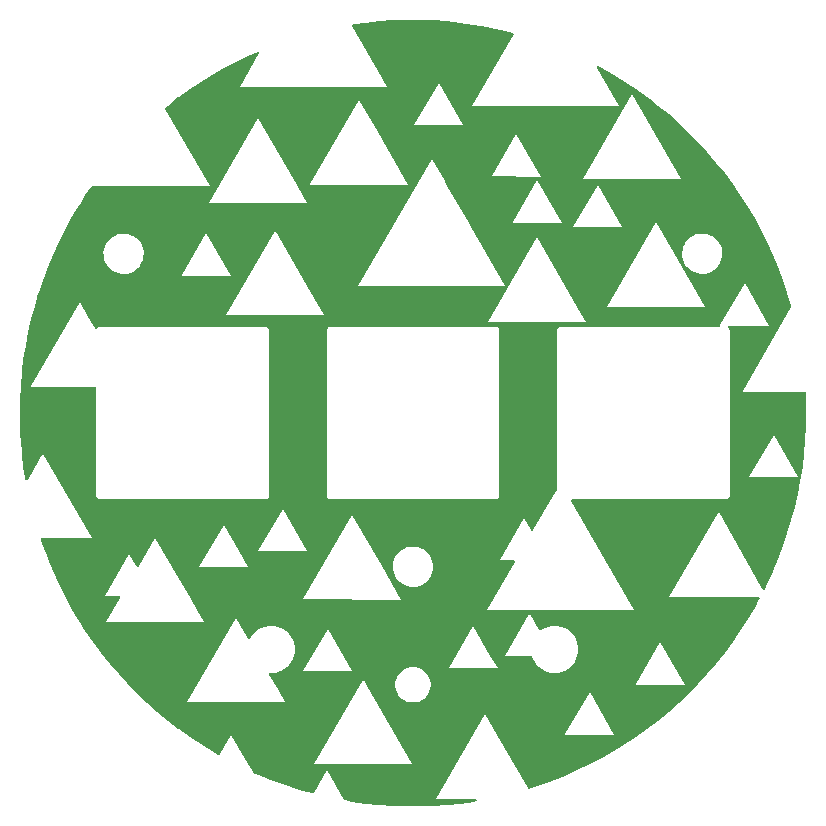
<source format=gbr>
%TF.GenerationSoftware,KiCad,Pcbnew,(7.0.0-0)*%
%TF.CreationDate,2023-04-04T22:31:01-05:00*%
%TF.ProjectId,RP2040_minimal,52503230-3430-45f6-9d69-6e696d616c2e,REV1*%
%TF.SameCoordinates,Original*%
%TF.FileFunction,Copper,L2,Bot*%
%TF.FilePolarity,Positive*%
%FSLAX46Y46*%
G04 Gerber Fmt 4.6, Leading zero omitted, Abs format (unit mm)*
G04 Created by KiCad (PCBNEW (7.0.0-0)) date 2023-04-04 22:31:01*
%MOMM*%
%LPD*%
G01*
G04 APERTURE LIST*
G04 APERTURE END LIST*
%TA.AperFunction,Conductor*%
%TO.N,GND*%
G36*
X576479Y33294480D02*
G01*
X1721925Y33254920D01*
X1725331Y33254744D01*
X2868756Y33175669D01*
X2872064Y33175384D01*
X4012128Y33056884D01*
X4015487Y33056476D01*
X5150761Y32898700D01*
X5154062Y32898183D01*
X6283206Y32701317D01*
X6286519Y32700681D01*
X7408184Y32464960D01*
X7411508Y32464200D01*
X8455042Y32206992D01*
X8506374Y32175463D01*
X8529926Y32120017D01*
X8516979Y32061183D01*
X5006541Y26011274D01*
X5006540Y26011272D01*
X5000000Y26000000D01*
X17438309Y25973015D01*
X15571366Y29222915D01*
X15558213Y29271602D01*
X15570751Y29320453D01*
X15605727Y29356788D01*
X15654065Y29371178D01*
X15703218Y29359889D01*
X15980177Y29214529D01*
X15983146Y29212905D01*
X16410450Y28969468D01*
X16979019Y28645552D01*
X16981959Y28643809D01*
X17957627Y28042438D01*
X17960505Y28040595D01*
X18914849Y27405897D01*
X18917661Y27403956D01*
X19849535Y26736692D01*
X19852279Y26734654D01*
X20304036Y26386976D01*
X20760564Y26035625D01*
X20763202Y26033520D01*
X21342481Y25554973D01*
X21646807Y25303566D01*
X21649404Y25301345D01*
X22507314Y24541303D01*
X22509833Y24538992D01*
X23340962Y23749826D01*
X23343399Y23747431D01*
X23659622Y23425702D01*
X23938206Y23142266D01*
X24146822Y22930018D01*
X24149175Y22927539D01*
X24923866Y22082926D01*
X24926133Y22080368D01*
X25671243Y21209478D01*
X25673419Y21206844D01*
X26388015Y20310771D01*
X26390100Y20308062D01*
X27073355Y19387837D01*
X27075344Y19385058D01*
X27726392Y18441852D01*
X27728285Y18439007D01*
X28346432Y17473824D01*
X28348225Y17470914D01*
X28932656Y16485027D01*
X28934348Y16482058D01*
X29484424Y15476545D01*
X29486012Y15473519D01*
X30001047Y14449634D01*
X30002529Y14446557D01*
X30481920Y13405496D01*
X30483284Y13402394D01*
X30926455Y12345407D01*
X30927722Y12342233D01*
X31334150Y11270570D01*
X31335306Y11267354D01*
X31704490Y10182339D01*
X31705535Y10179085D01*
X32037054Y9081954D01*
X32037986Y9078667D01*
X32053445Y9020305D01*
X32055865Y8981787D01*
X32043374Y8945270D01*
X27914335Y1829264D01*
X27914334Y1829262D01*
X27907794Y1817990D01*
X33151807Y1806614D01*
X33199729Y1794123D01*
X33235606Y1759983D01*
X33250458Y1712738D01*
X33279569Y1151079D01*
X33279687Y1147664D01*
X33299470Y1709D01*
X33299470Y-1709D01*
X33279687Y-1147663D01*
X33279569Y-1151078D01*
X33220245Y-2295640D01*
X33220010Y-2299050D01*
X33121210Y-3440950D01*
X33120856Y-3444349D01*
X32982711Y-4582084D01*
X32982241Y-4585469D01*
X32804900Y-5717801D01*
X32804313Y-5721168D01*
X32587996Y-6846694D01*
X32587293Y-6850039D01*
X32332256Y-7967431D01*
X32331438Y-7970749D01*
X32037986Y-9078665D01*
X32037054Y-9081953D01*
X31705535Y-10179084D01*
X31704490Y-10182338D01*
X31335306Y-11267353D01*
X31334150Y-11270569D01*
X30927722Y-12342232D01*
X30926455Y-12345406D01*
X30483284Y-13402393D01*
X30481910Y-13405516D01*
X30460539Y-13451927D01*
X30002530Y-14446554D01*
X30001047Y-14449633D01*
X29774704Y-14899600D01*
X29739370Y-14938662D01*
X29689003Y-14954074D01*
X29637861Y-14941473D01*
X29600419Y-14904426D01*
X29483271Y-14700500D01*
X25869476Y-8409746D01*
X25862936Y-8421016D01*
X25862934Y-8421019D01*
X21714335Y-15570736D01*
X21714334Y-15570738D01*
X21707794Y-15582010D01*
X29250987Y-15598374D01*
X29299916Y-15611434D01*
X29335986Y-15646983D01*
X29349756Y-15695719D01*
X29337623Y-15744888D01*
X28934348Y-16482057D01*
X28932656Y-16485026D01*
X28348225Y-17470913D01*
X28346432Y-17473823D01*
X27728285Y-18439006D01*
X27726392Y-18441851D01*
X27075344Y-19385057D01*
X27073355Y-19387836D01*
X26390100Y-20308061D01*
X26388015Y-20310770D01*
X25673419Y-21206843D01*
X25671243Y-21209477D01*
X24926133Y-22080367D01*
X24923866Y-22082925D01*
X24149175Y-22927538D01*
X24146822Y-22930017D01*
X23343399Y-23747430D01*
X23340962Y-23749825D01*
X22509833Y-24538991D01*
X22507314Y-24541302D01*
X21649404Y-25301344D01*
X21646807Y-25303565D01*
X20763219Y-26033506D01*
X20760547Y-26035637D01*
X19852279Y-26734653D01*
X19849535Y-26736691D01*
X18917661Y-27403955D01*
X18914849Y-27405896D01*
X17960505Y-28040594D01*
X17957627Y-28042437D01*
X16981959Y-28643808D01*
X16979019Y-28645551D01*
X15983160Y-29212896D01*
X15980162Y-29214536D01*
X14965318Y-29747168D01*
X14962264Y-29748704D01*
X13929640Y-30245989D01*
X13926536Y-30247418D01*
X12877384Y-30708756D01*
X12874232Y-30710078D01*
X11809759Y-31134936D01*
X11806564Y-31136148D01*
X10728056Y-31524015D01*
X10724820Y-31525116D01*
X9827458Y-31813265D01*
X9783116Y-31816999D01*
X9741618Y-31800936D01*
X9711348Y-31768320D01*
X7099091Y-27221005D01*
X12903897Y-27221005D01*
X17050000Y-27230000D01*
X14984738Y-23634872D01*
X14978198Y-23646142D01*
X14978196Y-23646145D01*
X12910438Y-27209731D01*
X12910437Y-27209733D01*
X12903897Y-27221005D01*
X7099091Y-27221005D01*
X6106507Y-25493154D01*
X6099967Y-25504424D01*
X6099965Y-25504427D01*
X1951366Y-32654144D01*
X1951365Y-32654146D01*
X1944825Y-32665418D01*
X5303320Y-32672703D01*
X5358636Y-32689746D01*
X5394970Y-32734807D01*
X5399897Y-32792481D01*
X5371733Y-32843053D01*
X5320107Y-32869232D01*
X5154100Y-32898176D01*
X5150723Y-32898705D01*
X4015504Y-33056473D01*
X4012111Y-33056885D01*
X2872112Y-33175378D01*
X2868707Y-33175672D01*
X1725334Y-33254742D01*
X1721921Y-33254919D01*
X576479Y-33294480D01*
X573062Y-33294539D01*
X-573062Y-33294539D01*
X-576479Y-33294480D01*
X-1721922Y-33254919D01*
X-1725335Y-33254742D01*
X-2868708Y-33175672D01*
X-2872113Y-33175378D01*
X-4012112Y-33056885D01*
X-4015505Y-33056473D01*
X-5150724Y-32898705D01*
X-5154100Y-32898176D01*
X-5771764Y-32790486D01*
X-5811554Y-32774046D01*
X-5840604Y-32742271D01*
X-5844892Y-32734807D01*
X-7275262Y-30244872D01*
X-7281802Y-30256142D01*
X-7281804Y-30256145D01*
X-8381688Y-32151690D01*
X-8410107Y-32182800D01*
X-8448890Y-32199274D01*
X-8491009Y-32198127D01*
X-8518301Y-32191400D01*
X-8524314Y-32189918D01*
X-8527616Y-32189043D01*
X-9630297Y-31876513D01*
X-9633568Y-31875525D01*
X-10724821Y-31525116D01*
X-10728057Y-31524015D01*
X-11806565Y-31136148D01*
X-11809760Y-31134936D01*
X-12874233Y-30710078D01*
X-12877385Y-30708756D01*
X-13502996Y-30433659D01*
X-13529300Y-30416686D01*
X-13548990Y-30392348D01*
X-13632247Y-30247418D01*
X-13927902Y-29732753D01*
X-8347349Y-29732753D01*
X-55143Y-29750743D01*
X-3861759Y-23124335D01*
X-1500500Y-23124335D01*
X-1499828Y-23128364D01*
X-1499827Y-23128372D01*
X-1460244Y-23365582D01*
X-1459571Y-23369614D01*
X-1458246Y-23373474D01*
X-1458244Y-23373481D01*
X-1380158Y-23600936D01*
X-1378828Y-23604810D01*
X-1376881Y-23608407D01*
X-1376880Y-23608410D01*
X-1262424Y-23819907D01*
X-1262420Y-23819913D01*
X-1260474Y-23823509D01*
X-1257962Y-23826736D01*
X-1257959Y-23826741D01*
X-1142744Y-23974768D01*
X-1107738Y-24019744D01*
X-924785Y-24188164D01*
X-716607Y-24324173D01*
X-488881Y-24424063D01*
X-247821Y-24485108D01*
X-62067Y-24500500D01*
X60033Y-24500500D01*
X62067Y-24500500D01*
X247821Y-24485108D01*
X488881Y-24424063D01*
X716607Y-24324173D01*
X924785Y-24188164D01*
X1107738Y-24019744D01*
X1260474Y-23823509D01*
X1378828Y-23604810D01*
X1459571Y-23369614D01*
X1500500Y-23124335D01*
X1500500Y-22981005D01*
X18873897Y-22981005D01*
X23020000Y-22990000D01*
X20954738Y-19394872D01*
X20948198Y-19406142D01*
X20948196Y-19406145D01*
X18880438Y-22969731D01*
X18880437Y-22969733D01*
X18873897Y-22981005D01*
X1500500Y-22981005D01*
X1500500Y-22875665D01*
X1459571Y-22630386D01*
X1378828Y-22395190D01*
X1260474Y-22176491D01*
X1107738Y-21980256D01*
X924785Y-21811836D01*
X716607Y-21675827D01*
X712870Y-21674188D01*
X712865Y-21674185D01*
X557721Y-21606133D01*
X3019159Y-21606133D01*
X7165262Y-21615128D01*
X6552516Y-20548484D01*
X7787547Y-20548484D01*
X10002725Y-20553289D01*
X10059059Y-20571030D01*
X10095267Y-20617692D01*
X10174399Y-20829855D01*
X10174404Y-20829865D01*
X10175633Y-20833161D01*
X10312774Y-21084315D01*
X10314885Y-21087136D01*
X10314889Y-21087141D01*
X10404497Y-21206843D01*
X10484261Y-21313395D01*
X10686605Y-21515739D01*
X10689433Y-21517856D01*
X10900457Y-21675827D01*
X10915685Y-21687226D01*
X11166839Y-21824367D01*
X11170140Y-21825598D01*
X11170144Y-21825600D01*
X11214254Y-21842052D01*
X11434954Y-21924369D01*
X11714572Y-21985196D01*
X11928552Y-22000500D01*
X12069684Y-22000500D01*
X12071448Y-22000500D01*
X12285428Y-21985196D01*
X12565046Y-21924369D01*
X12833161Y-21824367D01*
X13084315Y-21687226D01*
X13313395Y-21515739D01*
X13515739Y-21313395D01*
X13687226Y-21084315D01*
X13824367Y-20833161D01*
X13924369Y-20565046D01*
X13985196Y-20285428D01*
X14005610Y-20000000D01*
X13985196Y-19714572D01*
X13924369Y-19434954D01*
X13824367Y-19166839D01*
X13687226Y-18915685D01*
X13515739Y-18686605D01*
X13313395Y-18484261D01*
X13254840Y-18440427D01*
X13087141Y-18314889D01*
X13087136Y-18314885D01*
X13084315Y-18312774D01*
X12833161Y-18175633D01*
X12829865Y-18174404D01*
X12829855Y-18174399D01*
X12568360Y-18076867D01*
X12568359Y-18076866D01*
X12565046Y-18075631D01*
X12561600Y-18074881D01*
X12561592Y-18074879D01*
X12288870Y-18015552D01*
X12288859Y-18015550D01*
X12285428Y-18014804D01*
X12281919Y-18014553D01*
X12281912Y-18014552D01*
X12073204Y-17999625D01*
X12073187Y-17999624D01*
X12071448Y-17999500D01*
X11928552Y-17999500D01*
X11926813Y-17999624D01*
X11926795Y-17999625D01*
X11718087Y-18014552D01*
X11718078Y-18014553D01*
X11714572Y-18014804D01*
X11711142Y-18015550D01*
X11711129Y-18015552D01*
X11438407Y-18074879D01*
X11438395Y-18074882D01*
X11434954Y-18075631D01*
X11431644Y-18076865D01*
X11431639Y-18076867D01*
X11170144Y-18174399D01*
X11170128Y-18174406D01*
X11166839Y-18175633D01*
X11163743Y-18177323D01*
X11163742Y-18177324D01*
X10918784Y-18311081D01*
X10918775Y-18311086D01*
X10915685Y-18312774D01*
X10912869Y-18314881D01*
X10912858Y-18314889D01*
X10815296Y-18387923D01*
X10763742Y-18407363D01*
X10709780Y-18396234D01*
X10670124Y-18357983D01*
X9874880Y-16973652D01*
X9874879Y-16973651D01*
X9868388Y-16962351D01*
X9861848Y-16973621D01*
X9861846Y-16973624D01*
X7794088Y-20537210D01*
X7794087Y-20537212D01*
X7787547Y-20548484D01*
X6552516Y-20548484D01*
X5100000Y-18020000D01*
X5093460Y-18031270D01*
X5093458Y-18031273D01*
X3025700Y-21594859D01*
X3025699Y-21594861D01*
X3019159Y-21606133D01*
X557721Y-21606133D01*
X492622Y-21577578D01*
X488881Y-21575937D01*
X484926Y-21574935D01*
X484919Y-21574933D01*
X251786Y-21515896D01*
X251785Y-21515895D01*
X247821Y-21514892D01*
X243744Y-21514554D01*
X243743Y-21514554D01*
X64092Y-21499667D01*
X64072Y-21499666D01*
X62067Y-21499500D01*
X-62067Y-21499500D01*
X-64072Y-21499666D01*
X-64093Y-21499667D01*
X-243744Y-21514554D01*
X-243747Y-21514554D01*
X-247821Y-21514892D01*
X-251784Y-21515895D01*
X-251787Y-21515896D01*
X-484920Y-21574933D01*
X-484931Y-21574936D01*
X-488881Y-21575937D01*
X-492619Y-21577576D01*
X-492623Y-21577578D01*
X-712866Y-21674185D01*
X-712877Y-21674190D01*
X-716607Y-21675827D01*
X-720024Y-21678059D01*
X-720027Y-21678061D01*
X-921364Y-21809600D01*
X-921372Y-21809605D01*
X-924785Y-21811836D01*
X-927793Y-21814604D01*
X-927793Y-21814605D01*
X-1104725Y-21977481D01*
X-1104734Y-21977489D01*
X-1107738Y-21980256D01*
X-1110251Y-21983483D01*
X-1110256Y-21983490D01*
X-1257959Y-22173258D01*
X-1257967Y-22173268D01*
X-1260474Y-22176491D01*
X-1262417Y-22180080D01*
X-1262424Y-22180092D01*
X-1376880Y-22391589D01*
X-1376884Y-22391596D01*
X-1378828Y-22395190D01*
X-1380157Y-22399058D01*
X-1380158Y-22399063D01*
X-1458244Y-22626518D01*
X-1458247Y-22626527D01*
X-1459571Y-22630386D01*
X-1460243Y-22634412D01*
X-1460244Y-22634417D01*
X-1499827Y-22871627D01*
X-1499828Y-22871636D01*
X-1500500Y-22875665D01*
X-1500500Y-23124335D01*
X-3861759Y-23124335D01*
X-4185667Y-22560489D01*
X-4192207Y-22571759D01*
X-4192209Y-22571762D01*
X-8340808Y-29721479D01*
X-8340809Y-29721481D01*
X-8347349Y-29732753D01*
X-13927902Y-29732753D01*
X-15369159Y-27223867D01*
X-15375699Y-27235137D01*
X-15375701Y-27235140D01*
X-16339804Y-28896679D01*
X-16375893Y-28932706D01*
X-16425125Y-28945993D01*
X-16474439Y-28933013D01*
X-16979020Y-28645551D01*
X-16981960Y-28643808D01*
X-17957628Y-28042437D01*
X-17960506Y-28040594D01*
X-18914850Y-27405896D01*
X-18917662Y-27403955D01*
X-19849536Y-26736691D01*
X-19852280Y-26734653D01*
X-20760548Y-26035637D01*
X-20763220Y-26033506D01*
X-21646808Y-25303565D01*
X-21649405Y-25301344D01*
X-22507315Y-24541302D01*
X-22509834Y-24538991D01*
X-22569845Y-24482010D01*
X-19112206Y-24482010D01*
X-10820000Y-24500000D01*
X-11467142Y-23373481D01*
X-12171088Y-22148080D01*
X-12184225Y-22096836D01*
X-12169100Y-22046144D01*
X-12130032Y-22010476D01*
X-12078175Y-22000019D01*
X-12077169Y-22000090D01*
X-12071448Y-22000500D01*
X-11930316Y-22000500D01*
X-11928552Y-22000500D01*
X-11714572Y-21985196D01*
X-11434954Y-21924369D01*
X-11244481Y-21853326D01*
X-9295419Y-21853326D01*
X-5149316Y-21862321D01*
X-7214578Y-18267193D01*
X-7221118Y-18278463D01*
X-7221120Y-18278466D01*
X-9288878Y-21842052D01*
X-9288879Y-21842054D01*
X-9295419Y-21853326D01*
X-11244481Y-21853326D01*
X-11166839Y-21824367D01*
X-10915685Y-21687226D01*
X-10686605Y-21515739D01*
X-10484261Y-21313395D01*
X-10312774Y-21084315D01*
X-10175633Y-20833161D01*
X-10075631Y-20565046D01*
X-10014804Y-20285428D01*
X-9994390Y-20000000D01*
X-10014804Y-19714572D01*
X-10075631Y-19434954D01*
X-10175633Y-19166839D01*
X-10312774Y-18915685D01*
X-10484261Y-18686605D01*
X-10686605Y-18484261D01*
X-10745160Y-18440427D01*
X-10912859Y-18314889D01*
X-10912864Y-18314885D01*
X-10915685Y-18312774D01*
X-11166839Y-18175633D01*
X-11170135Y-18174404D01*
X-11170145Y-18174399D01*
X-11431640Y-18076867D01*
X-11431641Y-18076866D01*
X-11434954Y-18075631D01*
X-11438400Y-18074881D01*
X-11438408Y-18074879D01*
X-11711130Y-18015552D01*
X-11711141Y-18015550D01*
X-11714572Y-18014804D01*
X-11718081Y-18014553D01*
X-11718088Y-18014552D01*
X-11926796Y-17999625D01*
X-11926813Y-17999624D01*
X-11928552Y-17999500D01*
X-12071448Y-17999500D01*
X-12073187Y-17999624D01*
X-12073205Y-17999625D01*
X-12281913Y-18014552D01*
X-12281922Y-18014553D01*
X-12285428Y-18014804D01*
X-12288858Y-18015550D01*
X-12288871Y-18015552D01*
X-12561593Y-18074879D01*
X-12561605Y-18074882D01*
X-12565046Y-18075631D01*
X-12568356Y-18076865D01*
X-12568361Y-18076867D01*
X-12829856Y-18174399D01*
X-12829872Y-18174406D01*
X-12833161Y-18175633D01*
X-12836257Y-18177323D01*
X-12836258Y-18177324D01*
X-13081216Y-18311081D01*
X-13081225Y-18311086D01*
X-13084315Y-18312774D01*
X-13087131Y-18314881D01*
X-13087142Y-18314889D01*
X-13310567Y-18482143D01*
X-13310576Y-18482150D01*
X-13313395Y-18484261D01*
X-13315884Y-18486749D01*
X-13315891Y-18486756D01*
X-13513244Y-18684109D01*
X-13513251Y-18684116D01*
X-13515739Y-18686605D01*
X-13517850Y-18689424D01*
X-13517857Y-18689433D01*
X-13685111Y-18912858D01*
X-13685119Y-18912869D01*
X-13687226Y-18915685D01*
X-13688914Y-18918775D01*
X-13688919Y-18918784D01*
X-13768580Y-19064671D01*
X-13804494Y-19102092D01*
X-13854400Y-19116219D01*
X-13904599Y-19103175D01*
X-13941314Y-19066539D01*
X-14026194Y-18918784D01*
X-14950524Y-17309746D01*
X-14957064Y-17321016D01*
X-14957066Y-17321019D01*
X-19105665Y-24470736D01*
X-19105666Y-24470738D01*
X-19112206Y-24482010D01*
X-22569845Y-24482010D01*
X-23340963Y-23749825D01*
X-23343400Y-23747430D01*
X-23718713Y-23365582D01*
X-24146834Y-22930006D01*
X-24149176Y-22927538D01*
X-24193000Y-22879759D01*
X-24838047Y-22176491D01*
X-24923867Y-22082925D01*
X-24926134Y-22080367D01*
X-25671244Y-21209477D01*
X-25673420Y-21206843D01*
X-26388016Y-20310770D01*
X-26390101Y-20308061D01*
X-27035808Y-19438407D01*
X-27073358Y-19387833D01*
X-27075345Y-19385057D01*
X-27726393Y-18441851D01*
X-27728286Y-18439006D01*
X-27989417Y-18031273D01*
X-28346440Y-17473811D01*
X-28348226Y-17470913D01*
X-28440938Y-17314516D01*
X-28932657Y-16485026D01*
X-28934349Y-16482057D01*
X-29477064Y-15490000D01*
X-26090000Y-15490000D01*
X-24885341Y-15492612D01*
X-24835769Y-15506044D01*
X-24799595Y-15542508D01*
X-24786561Y-15592189D01*
X-24800174Y-15641715D01*
X-25985069Y-17660993D01*
X-25985070Y-17660995D01*
X-25991682Y-17672264D01*
X-17699476Y-17690254D01*
X-18300758Y-16655212D01*
X6282287Y-16655212D01*
X18720596Y-16682197D01*
X18153902Y-15695719D01*
X13416374Y-7448814D01*
X13403218Y-7399339D01*
X13416535Y-7349907D01*
X13452765Y-7313737D01*
X13502218Y-7300500D01*
X26444272Y-7300500D01*
X26453763Y-7301823D01*
X26453836Y-7301044D01*
X26462967Y-7301890D01*
X26471793Y-7304401D01*
X26509337Y-7300922D01*
X26518472Y-7300500D01*
X26523263Y-7300500D01*
X26527844Y-7300500D01*
X26537049Y-7298778D01*
X26546107Y-7297514D01*
X26583660Y-7294035D01*
X26591876Y-7289943D01*
X26596714Y-7288567D01*
X26601411Y-7286747D01*
X26610433Y-7285061D01*
X26642491Y-7265210D01*
X26650463Y-7260770D01*
X26684228Y-7243958D01*
X26690413Y-7237172D01*
X26694434Y-7234136D01*
X26698147Y-7230750D01*
X26705952Y-7225919D01*
X26728673Y-7195829D01*
X26734504Y-7188806D01*
X26759916Y-7160933D01*
X26763230Y-7152375D01*
X26765873Y-7148108D01*
X26768122Y-7143591D01*
X26773656Y-7136264D01*
X26783977Y-7099983D01*
X26786872Y-7091348D01*
X26800500Y-7056173D01*
X26800500Y-7046998D01*
X26801425Y-7042050D01*
X26801889Y-7037033D01*
X26804401Y-7028207D01*
X26800922Y-6990662D01*
X26800500Y-6981528D01*
X26800500Y-5431005D01*
X28483897Y-5431005D01*
X32630000Y-5440000D01*
X30564738Y-1844872D01*
X30558198Y-1856142D01*
X30558196Y-1856145D01*
X28490438Y-5419731D01*
X28490437Y-5419733D01*
X28483897Y-5431005D01*
X26800500Y-5431005D01*
X26800500Y6944272D01*
X26801823Y6953764D01*
X26801044Y6953836D01*
X26801890Y6962968D01*
X26804401Y6971793D01*
X26800922Y7009338D01*
X26800500Y7018472D01*
X26800500Y7023263D01*
X26800500Y7027844D01*
X26798778Y7037055D01*
X26797514Y7046103D01*
X26794035Y7083660D01*
X26789945Y7091873D01*
X26788569Y7096711D01*
X26786747Y7101414D01*
X26785061Y7110433D01*
X26765217Y7142482D01*
X26760766Y7150472D01*
X26754580Y7162896D01*
X26743958Y7184228D01*
X26737179Y7190408D01*
X26734145Y7194426D01*
X26730748Y7198152D01*
X26725919Y7205952D01*
X26695833Y7228672D01*
X26688789Y7234521D01*
X26688006Y7235235D01*
X26658327Y7285784D01*
X26662439Y7344258D01*
X26698899Y7390156D01*
X26754924Y7407388D01*
X30160000Y7400000D01*
X28094738Y10995128D01*
X28088198Y10983858D01*
X28088196Y10983855D01*
X26020438Y7420269D01*
X26020437Y7420267D01*
X26013897Y7408995D01*
X26017388Y7408988D01*
X26011431Y7386944D01*
X26010456Y7365504D01*
X25974201Y7318363D01*
X25917476Y7300500D01*
X12555728Y7300500D01*
X12546236Y7301824D01*
X12546164Y7301044D01*
X12537030Y7301891D01*
X12528207Y7304401D01*
X12519074Y7303555D01*
X12519072Y7303555D01*
X12490662Y7300922D01*
X12481528Y7300500D01*
X12472156Y7300500D01*
X12467661Y7299661D01*
X12467650Y7299659D01*
X12462939Y7298778D01*
X12453895Y7297517D01*
X12425478Y7294883D01*
X12425472Y7294882D01*
X12416340Y7294035D01*
X12408130Y7289949D01*
X12403283Y7288569D01*
X12398577Y7286747D01*
X12389567Y7285061D01*
X12381774Y7280237D01*
X12381771Y7280235D01*
X12357516Y7265217D01*
X12349534Y7260771D01*
X12323985Y7248049D01*
X12323979Y7248046D01*
X12315772Y7243958D01*
X12309594Y7237183D01*
X12305563Y7234138D01*
X12301840Y7230745D01*
X12294048Y7225919D01*
X12288522Y7218603D01*
X12288520Y7218600D01*
X12271322Y7195826D01*
X12265488Y7188801D01*
X12240084Y7160933D01*
X12236772Y7152386D01*
X12234124Y7148109D01*
X12231870Y7143583D01*
X12226344Y7136264D01*
X12223834Y7127446D01*
X12223831Y7127438D01*
X12216024Y7099998D01*
X12213120Y7091331D01*
X12202812Y7064724D01*
X12202811Y7064722D01*
X12199500Y7056173D01*
X12199500Y7047003D01*
X12198575Y7042054D01*
X12198109Y7037031D01*
X12195599Y7028207D01*
X12196445Y7019076D01*
X12196445Y7019073D01*
X12199078Y6990662D01*
X12199500Y6981528D01*
X12199500Y-6430814D01*
X12186129Y-6480499D01*
X11865923Y-7032344D01*
X10187391Y-9925132D01*
X10151076Y-9961290D01*
X10101547Y-9974446D01*
X10052076Y-9961075D01*
X10015919Y-9924761D01*
X9410000Y-8870000D01*
X9403460Y-8881270D01*
X9403458Y-8881273D01*
X7335700Y-12444859D01*
X7335699Y-12444861D01*
X7329159Y-12456133D01*
X8545571Y-12458771D01*
X8595039Y-12472142D01*
X8631197Y-12508457D01*
X8644353Y-12557986D01*
X8630982Y-12607457D01*
X6288828Y-16643938D01*
X6288827Y-16643940D01*
X6282287Y-16655212D01*
X-18300758Y-16655212D01*
X-18808023Y-15782010D01*
X-9292206Y-15782010D01*
X-1000000Y-15800000D01*
X-2646019Y-12934675D01*
X-1704252Y-12934675D01*
X-1704107Y-12938460D01*
X-1704107Y-12938463D01*
X-1699245Y-13065325D01*
X-1694251Y-13195593D01*
X-1693531Y-13199309D01*
X-1693529Y-13199320D01*
X-1645261Y-13448202D01*
X-1645260Y-13448209D01*
X-1644538Y-13451927D01*
X-1556279Y-13697668D01*
X-1431541Y-13927057D01*
X-1273250Y-14134716D01*
X-1085114Y-14315778D01*
X-871544Y-14465999D01*
X-637547Y-14581859D01*
X-388605Y-14660641D01*
X-130555Y-14700500D01*
X63272Y-14700500D01*
X65177Y-14700500D01*
X260344Y-14685516D01*
X514586Y-14626021D01*
X756766Y-14528414D01*
X981208Y-14394982D01*
X1182652Y-14228852D01*
X1356375Y-14033920D01*
X1498306Y-13814753D01*
X1605118Y-13576489D01*
X1674307Y-13324713D01*
X1704252Y-13065325D01*
X1704087Y-13061033D01*
X1694396Y-12808202D01*
X1694251Y-12804407D01*
X1644538Y-12548073D01*
X1556279Y-12302332D01*
X1431541Y-12072943D01*
X1273250Y-11865284D01*
X1085114Y-11684222D01*
X871544Y-11534001D01*
X749410Y-11473528D01*
X640949Y-11419825D01*
X640944Y-11419823D01*
X637547Y-11418141D01*
X633931Y-11416996D01*
X633927Y-11416995D01*
X392227Y-11340505D01*
X392224Y-11340504D01*
X388605Y-11339359D01*
X384861Y-11338780D01*
X384854Y-11338779D01*
X134306Y-11300079D01*
X134301Y-11300078D01*
X130555Y-11299500D01*
X-65177Y-11299500D01*
X-67062Y-11299644D01*
X-67070Y-11299645D01*
X-256559Y-11314193D01*
X-256565Y-11314193D01*
X-260344Y-11314484D01*
X-264038Y-11315348D01*
X-264042Y-11315349D01*
X-510900Y-11373116D01*
X-510906Y-11373117D01*
X-514586Y-11373979D01*
X-518090Y-11375390D01*
X-518099Y-11375394D01*
X-753244Y-11470166D01*
X-753250Y-11470168D01*
X-756766Y-11471586D01*
X-760021Y-11473520D01*
X-760035Y-11473528D01*
X-977941Y-11603075D01*
X-977948Y-11603079D01*
X-981208Y-11605018D01*
X-984137Y-11607433D01*
X-984142Y-11607437D01*
X-1179725Y-11768733D01*
X-1179734Y-11768740D01*
X-1182652Y-11771148D01*
X-1185169Y-11773972D01*
X-1185176Y-11773979D01*
X-1353850Y-11963246D01*
X-1353854Y-11963251D01*
X-1356375Y-11966080D01*
X-1358433Y-11969257D01*
X-1358440Y-11969267D01*
X-1496244Y-12182062D01*
X-1496248Y-12182067D01*
X-1498306Y-12185247D01*
X-1499855Y-12188702D01*
X-1499857Y-12188706D01*
X-1603564Y-12420043D01*
X-1603567Y-12420050D01*
X-1605118Y-12423511D01*
X-1606124Y-12427170D01*
X-1606126Y-12427177D01*
X-1673301Y-12671623D01*
X-1673304Y-12671633D01*
X-1674307Y-12675287D01*
X-1674742Y-12679049D01*
X-1674743Y-12679058D01*
X-1703818Y-12930912D01*
X-1704252Y-12934675D01*
X-2646019Y-12934675D01*
X-5130524Y-8609746D01*
X-5137064Y-8621016D01*
X-5137066Y-8621019D01*
X-9285665Y-15770736D01*
X-9285666Y-15770738D01*
X-9292206Y-15782010D01*
X-18808023Y-15782010D01*
X-20386213Y-13065325D01*
X-20388723Y-13061005D01*
X-18086103Y-13061005D01*
X-13940000Y-13070000D01*
X-14743669Y-11671005D01*
X-13116103Y-11671005D01*
X-8970000Y-11680000D01*
X-11035262Y-8084872D01*
X-11041802Y-8096142D01*
X-11041804Y-8096145D01*
X-13109562Y-11659731D01*
X-13109563Y-11659733D01*
X-13116103Y-11671005D01*
X-14743669Y-11671005D01*
X-16005262Y-9474872D01*
X-16011802Y-9486142D01*
X-16011804Y-9486145D01*
X-18079562Y-13049731D01*
X-18079563Y-13049733D01*
X-18086103Y-13061005D01*
X-20388723Y-13061005D01*
X-21823484Y-10591216D01*
X-21823485Y-10591215D01*
X-21830000Y-10580000D01*
X-21836566Y-10591188D01*
X-21836567Y-10591190D01*
X-23229148Y-12964401D01*
X-23265534Y-13000322D01*
X-23314990Y-13013297D01*
X-23364323Y-12999866D01*
X-23400377Y-12963612D01*
X-23493976Y-12800679D01*
X-24009159Y-11903867D01*
X-24015699Y-11915137D01*
X-24015701Y-11915140D01*
X-26083459Y-15478726D01*
X-26083460Y-15478728D01*
X-26090000Y-15490000D01*
X-29477064Y-15490000D01*
X-29484425Y-15476544D01*
X-29486013Y-15473518D01*
X-29912321Y-14626021D01*
X-30001051Y-14449628D01*
X-30002519Y-14446580D01*
X-30481933Y-13405468D01*
X-30483271Y-13402425D01*
X-30926466Y-12345383D01*
X-30927723Y-12342232D01*
X-30941499Y-12305908D01*
X-31334158Y-11270551D01*
X-31335307Y-11267353D01*
X-31520963Y-10721718D01*
X-31525168Y-10675301D01*
X-31507670Y-10632104D01*
X-31472346Y-10601701D01*
X-31427028Y-10590828D01*
X-27200000Y-10600000D01*
X-31311632Y-3442633D01*
X-31324032Y-3421047D01*
X-31324033Y-3421046D01*
X-31330524Y-3409746D01*
X-31337064Y-3421016D01*
X-31337066Y-3421019D01*
X-32635969Y-5659554D01*
X-32680336Y-5699859D01*
X-32739829Y-5707175D01*
X-32792639Y-5678819D01*
X-32819406Y-5625186D01*
X-32848409Y-5440000D01*
X-32982246Y-4585441D01*
X-32982712Y-4582084D01*
X-33120857Y-3444349D01*
X-33121211Y-3440950D01*
X-33123911Y-3409746D01*
X-33220013Y-2299034D01*
X-33220246Y-2295640D01*
X-33243024Y-1856173D01*
X-33279572Y-1151047D01*
X-33279687Y-1147693D01*
X-33299471Y-1680D01*
X-33299471Y1680D01*
X-33279687Y1147696D01*
X-33279572Y1151046D01*
X-33222962Y2243237D01*
X-32384187Y2243237D01*
X-29828534Y2237693D01*
X-26899285Y2231337D01*
X-26849876Y2218002D01*
X-26813728Y2181775D01*
X-26800500Y2132337D01*
X-26800500Y-6944272D01*
X-26801824Y-6953763D01*
X-26801044Y-6953836D01*
X-26801891Y-6962969D01*
X-26804401Y-6971793D01*
X-26803555Y-6980924D01*
X-26803555Y-6980927D01*
X-26800922Y-7009338D01*
X-26800500Y-7018472D01*
X-26800500Y-7027844D01*
X-26799660Y-7032343D01*
X-26799659Y-7032344D01*
X-26798778Y-7037059D01*
X-26797517Y-7046105D01*
X-26794884Y-7074521D01*
X-26794882Y-7074531D01*
X-26794035Y-7083660D01*
X-26789947Y-7091871D01*
X-26788568Y-7096716D01*
X-26786748Y-7101416D01*
X-26785061Y-7110433D01*
X-26765207Y-7142498D01*
X-26760772Y-7150460D01*
X-26743958Y-7184228D01*
X-26737180Y-7190407D01*
X-26734141Y-7194431D01*
X-26730749Y-7198152D01*
X-26725919Y-7205952D01*
X-26695830Y-7228674D01*
X-26688805Y-7234507D01*
X-26660933Y-7259916D01*
X-26652373Y-7263232D01*
X-26648088Y-7265885D01*
X-26643586Y-7268126D01*
X-26636264Y-7273656D01*
X-26599998Y-7283974D01*
X-26591343Y-7286874D01*
X-26556173Y-7300500D01*
X-26546996Y-7300500D01*
X-26542049Y-7301425D01*
X-26537034Y-7301889D01*
X-26528207Y-7304401D01*
X-26490663Y-7300922D01*
X-26481528Y-7300500D01*
X-12555728Y-7300500D01*
X-12546237Y-7301823D01*
X-12546164Y-7301044D01*
X-12537033Y-7301890D01*
X-12528207Y-7304401D01*
X-12490663Y-7300922D01*
X-12481528Y-7300500D01*
X-12476737Y-7300500D01*
X-12472156Y-7300500D01*
X-12462951Y-7298778D01*
X-12453893Y-7297514D01*
X-12416340Y-7294035D01*
X-12408124Y-7289943D01*
X-12403286Y-7288567D01*
X-12398589Y-7286747D01*
X-12389567Y-7285061D01*
X-12357509Y-7265210D01*
X-12349537Y-7260770D01*
X-12315772Y-7243958D01*
X-12309587Y-7237172D01*
X-12305566Y-7234136D01*
X-12301853Y-7230750D01*
X-12294048Y-7225919D01*
X-12271327Y-7195829D01*
X-12265496Y-7188806D01*
X-12240084Y-7160933D01*
X-12236770Y-7152375D01*
X-12234127Y-7148108D01*
X-12231878Y-7143591D01*
X-12226344Y-7136264D01*
X-12216023Y-7099983D01*
X-12213128Y-7091348D01*
X-12199500Y-7056173D01*
X-12199500Y-7046998D01*
X-12198575Y-7042050D01*
X-12198111Y-7037033D01*
X-12195599Y-7028207D01*
X-12199078Y-6990662D01*
X-12199500Y-6981528D01*
X-12199500Y-6971793D01*
X-7304401Y-6971793D01*
X-7303555Y-6980924D01*
X-7303555Y-6980927D01*
X-7300922Y-7009338D01*
X-7300500Y-7018472D01*
X-7300500Y-7027844D01*
X-7299660Y-7032343D01*
X-7299659Y-7032344D01*
X-7298778Y-7037059D01*
X-7297517Y-7046105D01*
X-7294884Y-7074521D01*
X-7294882Y-7074531D01*
X-7294035Y-7083660D01*
X-7289947Y-7091871D01*
X-7288568Y-7096716D01*
X-7286748Y-7101416D01*
X-7285061Y-7110433D01*
X-7265207Y-7142498D01*
X-7260772Y-7150460D01*
X-7243958Y-7184228D01*
X-7237180Y-7190407D01*
X-7234141Y-7194431D01*
X-7230749Y-7198152D01*
X-7225919Y-7205952D01*
X-7195830Y-7228674D01*
X-7188805Y-7234507D01*
X-7160933Y-7259916D01*
X-7152373Y-7263232D01*
X-7148088Y-7265885D01*
X-7143586Y-7268126D01*
X-7136264Y-7273656D01*
X-7099998Y-7283974D01*
X-7091343Y-7286874D01*
X-7056173Y-7300500D01*
X-7046996Y-7300500D01*
X-7042049Y-7301425D01*
X-7037034Y-7301889D01*
X-7028207Y-7304401D01*
X-6990663Y-7300922D01*
X-6981528Y-7300500D01*
X6944272Y-7300500D01*
X6953763Y-7301823D01*
X6953836Y-7301044D01*
X6962967Y-7301890D01*
X6971793Y-7304401D01*
X7009337Y-7300922D01*
X7018472Y-7300500D01*
X7023263Y-7300500D01*
X7027844Y-7300500D01*
X7037049Y-7298778D01*
X7046107Y-7297514D01*
X7083660Y-7294035D01*
X7091876Y-7289943D01*
X7096714Y-7288567D01*
X7101411Y-7286747D01*
X7110433Y-7285061D01*
X7142491Y-7265210D01*
X7150463Y-7260770D01*
X7184228Y-7243958D01*
X7190413Y-7237172D01*
X7194434Y-7234136D01*
X7198147Y-7230750D01*
X7205952Y-7225919D01*
X7228673Y-7195829D01*
X7234504Y-7188806D01*
X7259916Y-7160933D01*
X7263230Y-7152375D01*
X7265873Y-7148108D01*
X7268122Y-7143591D01*
X7273656Y-7136264D01*
X7283977Y-7099983D01*
X7286872Y-7091348D01*
X7300500Y-7056173D01*
X7300500Y-7046998D01*
X7301425Y-7042050D01*
X7301889Y-7037033D01*
X7304401Y-7028207D01*
X7300922Y-6990662D01*
X7300500Y-6981528D01*
X7300500Y6944272D01*
X7301823Y6953764D01*
X7301044Y6953836D01*
X7301890Y6962968D01*
X7304401Y6971793D01*
X7300922Y7009338D01*
X7300500Y7018472D01*
X7300500Y7023263D01*
X7300500Y7027844D01*
X7298778Y7037055D01*
X7297514Y7046103D01*
X7294035Y7083660D01*
X7289945Y7091873D01*
X7288569Y7096711D01*
X7286747Y7101414D01*
X7285061Y7110433D01*
X7265217Y7142482D01*
X7260766Y7150472D01*
X7254580Y7162896D01*
X7243958Y7184228D01*
X7237179Y7190408D01*
X7234145Y7194426D01*
X7230748Y7198152D01*
X7225919Y7205952D01*
X7195833Y7228672D01*
X7188798Y7234513D01*
X7188006Y7235235D01*
X7160933Y7259916D01*
X7152381Y7263230D01*
X7148104Y7265878D01*
X7143582Y7268130D01*
X7136264Y7273656D01*
X7127443Y7276166D01*
X7127441Y7276167D01*
X7100001Y7283974D01*
X7091332Y7286880D01*
X7064726Y7297187D01*
X7064723Y7297188D01*
X7056173Y7300500D01*
X7047002Y7300500D01*
X7042053Y7301425D01*
X7037030Y7301891D01*
X7028207Y7304401D01*
X7019074Y7303555D01*
X7019072Y7303555D01*
X6990662Y7300922D01*
X6981528Y7300500D01*
X-6944272Y7300500D01*
X-6953764Y7301824D01*
X-6953836Y7301044D01*
X-6962970Y7301891D01*
X-6971793Y7304401D01*
X-6980926Y7303555D01*
X-6980928Y7303555D01*
X-7009338Y7300922D01*
X-7018472Y7300500D01*
X-7027844Y7300500D01*
X-7032339Y7299661D01*
X-7032350Y7299659D01*
X-7037061Y7298778D01*
X-7046105Y7297517D01*
X-7074522Y7294883D01*
X-7074528Y7294882D01*
X-7083660Y7294035D01*
X-7091870Y7289949D01*
X-7096717Y7288569D01*
X-7101423Y7286747D01*
X-7110433Y7285061D01*
X-7118226Y7280237D01*
X-7118229Y7280235D01*
X-7142484Y7265217D01*
X-7150466Y7260771D01*
X-7176015Y7248049D01*
X-7176021Y7248046D01*
X-7184228Y7243958D01*
X-7190406Y7237183D01*
X-7194437Y7234138D01*
X-7198160Y7230745D01*
X-7205952Y7225919D01*
X-7211478Y7218603D01*
X-7211480Y7218600D01*
X-7228678Y7195826D01*
X-7234512Y7188801D01*
X-7259916Y7160933D01*
X-7263228Y7152386D01*
X-7265876Y7148109D01*
X-7268130Y7143583D01*
X-7273656Y7136264D01*
X-7276166Y7127446D01*
X-7276169Y7127438D01*
X-7283976Y7099998D01*
X-7286880Y7091331D01*
X-7297188Y7064724D01*
X-7297189Y7064722D01*
X-7300500Y7056173D01*
X-7300500Y7047003D01*
X-7301425Y7042054D01*
X-7301891Y7037031D01*
X-7304401Y7028207D01*
X-7303555Y7019076D01*
X-7303555Y7019073D01*
X-7300922Y6990662D01*
X-7300500Y6981528D01*
X-7300500Y-6944272D01*
X-7301824Y-6953763D01*
X-7301044Y-6953836D01*
X-7301891Y-6962969D01*
X-7304401Y-6971793D01*
X-12199500Y-6971793D01*
X-12199500Y6944272D01*
X-12198177Y6953764D01*
X-12198956Y6953836D01*
X-12198110Y6962968D01*
X-12195599Y6971793D01*
X-12199078Y7009338D01*
X-12199500Y7018472D01*
X-12199500Y7023263D01*
X-12199500Y7027844D01*
X-12201222Y7037055D01*
X-12202486Y7046103D01*
X-12205965Y7083660D01*
X-12210055Y7091873D01*
X-12211431Y7096711D01*
X-12213253Y7101414D01*
X-12214939Y7110433D01*
X-12234783Y7142482D01*
X-12239234Y7150472D01*
X-12245420Y7162896D01*
X-12256042Y7184228D01*
X-12262821Y7190408D01*
X-12265855Y7194426D01*
X-12269252Y7198152D01*
X-12274081Y7205952D01*
X-12304167Y7228672D01*
X-12311202Y7234513D01*
X-12311994Y7235235D01*
X-12339067Y7259916D01*
X-12347619Y7263230D01*
X-12351896Y7265878D01*
X-12356418Y7268130D01*
X-12363736Y7273656D01*
X-12372557Y7276166D01*
X-12372559Y7276167D01*
X-12399999Y7283974D01*
X-12408668Y7286880D01*
X-12435274Y7297187D01*
X-12435277Y7297188D01*
X-12443827Y7300500D01*
X-12452998Y7300500D01*
X-12457947Y7301425D01*
X-12462970Y7301891D01*
X-12471793Y7304401D01*
X-12480926Y7303555D01*
X-12480928Y7303555D01*
X-12509338Y7300922D01*
X-12518472Y7300500D01*
X-26444272Y7300500D01*
X-26453764Y7301824D01*
X-26453836Y7301044D01*
X-26462970Y7301891D01*
X-26471793Y7304401D01*
X-26480926Y7303555D01*
X-26480928Y7303555D01*
X-26509338Y7300922D01*
X-26518472Y7300500D01*
X-26527844Y7300500D01*
X-26532339Y7299661D01*
X-26532350Y7299659D01*
X-26537061Y7298778D01*
X-26546105Y7297517D01*
X-26574522Y7294883D01*
X-26574528Y7294882D01*
X-26583660Y7294035D01*
X-26591870Y7289949D01*
X-26596717Y7288569D01*
X-26601423Y7286747D01*
X-26610433Y7285061D01*
X-26618226Y7280237D01*
X-26618229Y7280235D01*
X-26642484Y7265217D01*
X-26650466Y7260771D01*
X-26676015Y7248049D01*
X-26676021Y7248046D01*
X-26684228Y7243958D01*
X-26690406Y7237183D01*
X-26694437Y7234138D01*
X-26698160Y7230745D01*
X-26705952Y7225919D01*
X-26711478Y7218603D01*
X-26711480Y7218600D01*
X-26728678Y7195826D01*
X-26734512Y7188801D01*
X-26759916Y7160933D01*
X-26761279Y7157417D01*
X-26795171Y7125325D01*
X-26844262Y7113224D01*
X-26892925Y7126940D01*
X-26928470Y7162896D01*
X-26945293Y7192180D01*
X-27256453Y7733836D01*
X6359085Y7733836D01*
X14651291Y7715846D01*
X13913594Y9000000D01*
X16400000Y9000000D01*
X24692206Y8982010D01*
X22059268Y13565325D01*
X22795748Y13565325D01*
X22795893Y13561540D01*
X22795893Y13561537D01*
X22800755Y13434675D01*
X22805749Y13304407D01*
X22806469Y13300691D01*
X22806471Y13300680D01*
X22854739Y13051798D01*
X22854740Y13051791D01*
X22855462Y13048073D01*
X22943721Y12802332D01*
X23068459Y12572943D01*
X23226750Y12365284D01*
X23414886Y12184222D01*
X23628456Y12034001D01*
X23862453Y11918141D01*
X24111395Y11839359D01*
X24369445Y11799500D01*
X24563272Y11799500D01*
X24565177Y11799500D01*
X24760344Y11814484D01*
X25014586Y11873979D01*
X25256766Y11971586D01*
X25481208Y12105018D01*
X25682652Y12271148D01*
X25856375Y12466080D01*
X25998306Y12685247D01*
X26105118Y12923511D01*
X26174307Y13175287D01*
X26204252Y13434675D01*
X26194251Y13695593D01*
X26144538Y13951927D01*
X26056279Y14197668D01*
X25931541Y14427057D01*
X25773250Y14634716D01*
X25585114Y14815778D01*
X25371544Y14965999D01*
X25249410Y15026472D01*
X25140949Y15080175D01*
X25140944Y15080177D01*
X25137547Y15081859D01*
X25133931Y15083004D01*
X25133927Y15083005D01*
X24892227Y15159495D01*
X24892224Y15159496D01*
X24888605Y15160641D01*
X24884861Y15161220D01*
X24884854Y15161221D01*
X24634306Y15199921D01*
X24634301Y15199922D01*
X24630555Y15200500D01*
X24434823Y15200500D01*
X24432938Y15200356D01*
X24432930Y15200355D01*
X24243441Y15185807D01*
X24243435Y15185807D01*
X24239656Y15185516D01*
X24235962Y15184652D01*
X24235958Y15184651D01*
X23989100Y15126884D01*
X23989094Y15126883D01*
X23985414Y15126021D01*
X23981910Y15124610D01*
X23981901Y15124606D01*
X23746756Y15029834D01*
X23746750Y15029832D01*
X23743234Y15028414D01*
X23739979Y15026480D01*
X23739965Y15026472D01*
X23522059Y14896925D01*
X23522052Y14896921D01*
X23518792Y14894982D01*
X23515863Y14892567D01*
X23515858Y14892563D01*
X23320275Y14731267D01*
X23320266Y14731260D01*
X23317348Y14728852D01*
X23314831Y14726028D01*
X23314824Y14726021D01*
X23146150Y14536754D01*
X23146146Y14536749D01*
X23143625Y14533920D01*
X23141567Y14530743D01*
X23141560Y14530733D01*
X23003756Y14317938D01*
X23003752Y14317933D01*
X23001694Y14314753D01*
X23000145Y14311298D01*
X23000143Y14311294D01*
X22896436Y14079957D01*
X22896433Y14079950D01*
X22894882Y14076489D01*
X22893876Y14072830D01*
X22893874Y14072823D01*
X22826699Y13828377D01*
X22826696Y13828367D01*
X22825693Y13824713D01*
X22825258Y13820951D01*
X22825257Y13820942D01*
X22796182Y13569088D01*
X22795748Y13565325D01*
X22059268Y13565325D01*
X20561682Y16172264D01*
X20555142Y16160994D01*
X20555140Y16160991D01*
X16406541Y9011274D01*
X16406540Y9011272D01*
X16400000Y9000000D01*
X13913594Y9000000D01*
X12561173Y11354241D01*
X10527259Y14894799D01*
X10527258Y14894800D01*
X10520767Y14906100D01*
X10514227Y14894830D01*
X10514225Y14894827D01*
X6365626Y7745110D01*
X6365625Y7745108D01*
X6359085Y7733836D01*
X-27256453Y7733836D01*
X-27580392Y8297736D01*
X-15831682Y8297736D01*
X-7539476Y8279746D01*
X-8974489Y10777761D01*
X-4627743Y10777761D01*
X7810566Y10750776D01*
X4935781Y15755090D01*
X13572937Y15755090D01*
X17719040Y15746095D01*
X15653778Y19341223D01*
X15647238Y19329953D01*
X15647236Y19329950D01*
X13579478Y15766364D01*
X13579477Y15766362D01*
X13572937Y15755090D01*
X4935781Y15755090D01*
X4718188Y16133867D01*
X8439159Y16133867D01*
X12585262Y16124872D01*
X10520000Y19720000D01*
X10513460Y19708730D01*
X10513458Y19708727D01*
X8445700Y16145141D01*
X8445699Y16145139D01*
X8439159Y16133867D01*
X4718188Y16133867D01*
X2921329Y19261769D01*
X2598468Y19823793D01*
X14422937Y19823793D01*
X22715143Y19805803D01*
X18584619Y26996057D01*
X18578079Y26984787D01*
X18578077Y26984784D01*
X14429478Y19835067D01*
X14429477Y19835065D01*
X14422937Y19823793D01*
X2598468Y19823793D01*
X2474843Y20038995D01*
X6673897Y20038995D01*
X10820000Y20030000D01*
X8754738Y23625128D01*
X8748198Y23613858D01*
X8748196Y23613855D01*
X6680438Y20050269D01*
X6680437Y20050267D01*
X6673897Y20038995D01*
X2474843Y20038995D01*
X1621272Y21524857D01*
X1621271Y21524858D01*
X1614780Y21536158D01*
X1608240Y21524888D01*
X1608238Y21524885D01*
X-4621202Y10789035D01*
X-4621203Y10789033D01*
X-4627743Y10777761D01*
X-8974489Y10777761D01*
X-11670000Y15470000D01*
X-11676540Y15458730D01*
X-11676542Y15458727D01*
X-15825141Y8309010D01*
X-15825142Y8309008D01*
X-15831682Y8297736D01*
X-27580392Y8297736D01*
X-28222505Y9415501D01*
X-28229045Y9404231D01*
X-28229047Y9404228D01*
X-32377646Y2254511D01*
X-32377647Y2254509D01*
X-32384187Y2243237D01*
X-33222962Y2243237D01*
X-33220245Y2295661D01*
X-33220011Y2299051D01*
X-33121209Y3440978D01*
X-33120857Y3444350D01*
X-33118069Y3467311D01*
X-32982708Y4582121D01*
X-32982248Y4585434D01*
X-32804897Y5717829D01*
X-32804314Y5721169D01*
X-32587989Y6846734D01*
X-32587303Y6850001D01*
X-32332242Y7967494D01*
X-32331455Y7970688D01*
X-32037984Y9078679D01*
X-32037055Y9081954D01*
X-31939682Y9404200D01*
X-31705522Y10179131D01*
X-31704507Y10182293D01*
X-31335294Y11267391D01*
X-31334165Y11270534D01*
X-31192578Y11643867D01*
X-19570841Y11643867D01*
X-15424738Y11634872D01*
X-17490000Y15230000D01*
X-17496540Y15218730D01*
X-17496542Y15218727D01*
X-19564300Y11655141D01*
X-19564301Y11655139D01*
X-19570841Y11643867D01*
X-31192578Y11643867D01*
X-30927706Y12342276D01*
X-30926474Y12345364D01*
X-30483262Y13402448D01*
X-30481943Y13405447D01*
X-30408322Y13565325D01*
X-26204252Y13565325D01*
X-26204107Y13561540D01*
X-26204107Y13561537D01*
X-26199245Y13434675D01*
X-26194251Y13304407D01*
X-26193531Y13300691D01*
X-26193529Y13300680D01*
X-26145261Y13051798D01*
X-26145260Y13051791D01*
X-26144538Y13048073D01*
X-26056279Y12802332D01*
X-25931541Y12572943D01*
X-25773250Y12365284D01*
X-25585114Y12184222D01*
X-25371544Y12034001D01*
X-25137547Y11918141D01*
X-24888605Y11839359D01*
X-24630555Y11799500D01*
X-24436728Y11799500D01*
X-24434823Y11799500D01*
X-24239656Y11814484D01*
X-23985414Y11873979D01*
X-23743234Y11971586D01*
X-23518792Y12105018D01*
X-23317348Y12271148D01*
X-23143625Y12466080D01*
X-23001694Y12685247D01*
X-22894882Y12923511D01*
X-22825693Y13175287D01*
X-22795748Y13434675D01*
X-22805749Y13695593D01*
X-22855462Y13951927D01*
X-22943721Y14197668D01*
X-23068459Y14427057D01*
X-23226750Y14634716D01*
X-23414886Y14815778D01*
X-23628456Y14965999D01*
X-23750590Y15026472D01*
X-23859051Y15080175D01*
X-23859056Y15080177D01*
X-23862453Y15081859D01*
X-23866069Y15083004D01*
X-23866073Y15083005D01*
X-24107773Y15159495D01*
X-24107776Y15159496D01*
X-24111395Y15160641D01*
X-24115139Y15161220D01*
X-24115146Y15161221D01*
X-24365694Y15199921D01*
X-24365699Y15199922D01*
X-24369445Y15200500D01*
X-24565177Y15200500D01*
X-24567062Y15200356D01*
X-24567070Y15200355D01*
X-24756559Y15185807D01*
X-24756565Y15185807D01*
X-24760344Y15185516D01*
X-24764038Y15184652D01*
X-24764042Y15184651D01*
X-25010900Y15126884D01*
X-25010906Y15126883D01*
X-25014586Y15126021D01*
X-25018090Y15124610D01*
X-25018099Y15124606D01*
X-25253244Y15029834D01*
X-25253250Y15029832D01*
X-25256766Y15028414D01*
X-25260021Y15026480D01*
X-25260035Y15026472D01*
X-25477941Y14896925D01*
X-25477948Y14896921D01*
X-25481208Y14894982D01*
X-25484137Y14892567D01*
X-25484142Y14892563D01*
X-25679725Y14731267D01*
X-25679734Y14731260D01*
X-25682652Y14728852D01*
X-25685169Y14726028D01*
X-25685176Y14726021D01*
X-25853850Y14536754D01*
X-25853854Y14536749D01*
X-25856375Y14533920D01*
X-25858433Y14530743D01*
X-25858440Y14530733D01*
X-25996244Y14317938D01*
X-25996248Y14317933D01*
X-25998306Y14314753D01*
X-25999855Y14311298D01*
X-25999857Y14311294D01*
X-26103564Y14079957D01*
X-26103567Y14079950D01*
X-26105118Y14076489D01*
X-26106124Y14072830D01*
X-26106126Y14072823D01*
X-26173301Y13828377D01*
X-26173304Y13828367D01*
X-26174307Y13824713D01*
X-26174742Y13820951D01*
X-26174743Y13820942D01*
X-26203818Y13569088D01*
X-26204252Y13565325D01*
X-30408322Y13565325D01*
X-30002508Y14446604D01*
X-30001062Y14449607D01*
X-29486004Y15473537D01*
X-29484425Y15476545D01*
X-28934336Y16482081D01*
X-28932671Y16485005D01*
X-28348203Y17470952D01*
X-28346457Y17473787D01*
X-28136722Y17801269D01*
X-17252201Y17801269D01*
X-8959995Y17783279D01*
X-9860415Y19350695D01*
X-8690166Y19350695D01*
X-397960Y19332705D01*
X-3299658Y24383867D01*
X119159Y24383867D01*
X4265262Y24374872D01*
X2200000Y27970000D01*
X2193460Y27958730D01*
X2193458Y27958727D01*
X125700Y24395141D01*
X125699Y24395139D01*
X119159Y24383867D01*
X-3299658Y24383867D01*
X-4528484Y26522959D01*
X-4535024Y26511689D01*
X-4535026Y26511686D01*
X-8683625Y19361969D01*
X-8683626Y19361967D01*
X-8690166Y19350695D01*
X-9860415Y19350695D01*
X-12747987Y24377266D01*
X-13084027Y24962232D01*
X-13084028Y24962233D01*
X-13090519Y24973533D01*
X-13097059Y24962263D01*
X-13097061Y24962260D01*
X-17245660Y17812543D01*
X-17245661Y17812541D01*
X-17252201Y17801269D01*
X-28136722Y17801269D01*
X-27728271Y18439030D01*
X-27726410Y18441828D01*
X-27193759Y19213507D01*
X-27158197Y19244977D01*
X-27112071Y19256267D01*
X-17210241Y19234784D01*
X-20960749Y25763520D01*
X-20973759Y25807471D01*
X-20965577Y25852574D01*
X-20937959Y25889154D01*
X-20763175Y26033543D01*
X-20760593Y26035603D01*
X-19852270Y26734663D01*
X-19849536Y26736692D01*
X-18917651Y27403965D01*
X-18914850Y27405897D01*
X-17960477Y28040614D01*
X-17957658Y28042419D01*
X-16981948Y28643817D01*
X-16979020Y28645552D01*
X-15983123Y29212918D01*
X-15980203Y29214516D01*
X-14965274Y29747192D01*
X-14962311Y29748683D01*
X-13929605Y30246007D01*
X-13926574Y30247403D01*
X-13139763Y30593383D01*
X-13078945Y30599511D01*
X-13026120Y30568751D01*
X-13001429Y30512832D01*
X-13014286Y30453071D01*
X-14641768Y27648259D01*
X-14641769Y27648257D01*
X-14648309Y27636985D01*
X-2210000Y27610000D01*
X-2635748Y28351125D01*
X-5167893Y32758984D01*
X-5180995Y32805042D01*
X-5170949Y32851861D01*
X-5140104Y32888489D01*
X-5095680Y32906356D01*
X-4015481Y33056477D01*
X-4012136Y33056884D01*
X-2872061Y33175384D01*
X-2868762Y33175669D01*
X-1725329Y33254744D01*
X-1721929Y33254920D01*
X-576480Y33294480D01*
X-573062Y33294539D01*
X573062Y33294539D01*
X576479Y33294480D01*
G37*
%TD.AperFunction*%
%TD*%
M02*

</source>
